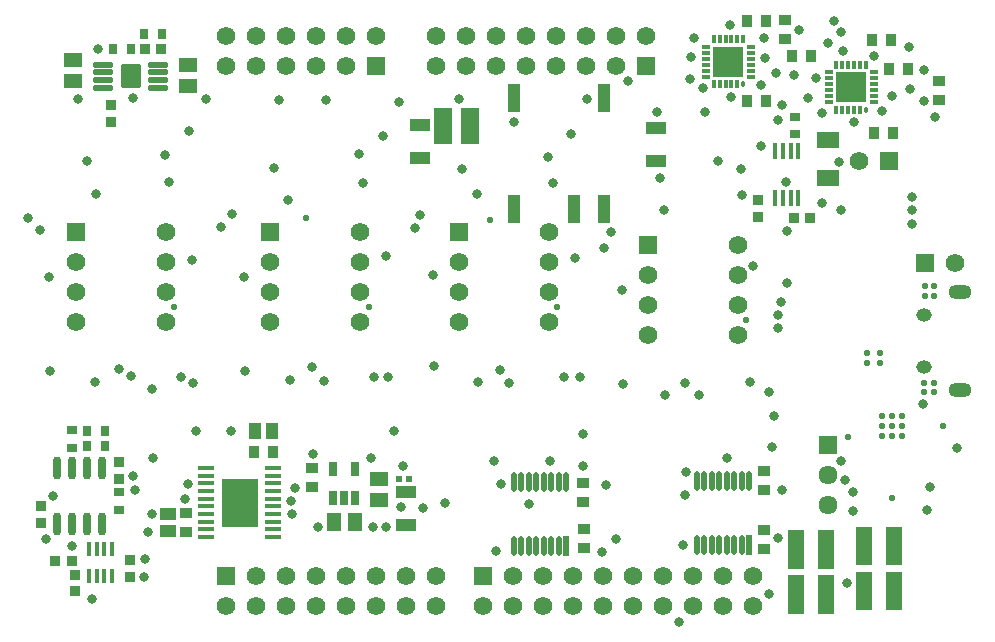
<source format=gbs>
G04*
G04 #@! TF.GenerationSoftware,Altium Limited,Altium Designer,18.1.9 (240)*
G04*
G04 Layer_Color=16711935*
%FSLAX44Y44*%
%MOMM*%
G71*
G01*
G75*
%ADD56R,0.9600X0.7600*%
%ADD59R,1.2100X1.5100*%
%ADD61R,1.0600X0.9600*%
%ADD63R,0.9600X1.0600*%
%ADD64R,0.7600X0.9600*%
%ADD69R,1.5100X1.2100*%
%ADD79R,1.6100X1.6100*%
%ADD80C,1.6100*%
%ADD81C,1.5600*%
%ADD82R,1.5600X1.5600*%
%ADD83R,1.5600X1.5600*%
%ADD84O,1.9600X1.2600*%
%ADD85O,1.3100X1.1100*%
%ADD86C,0.8100*%
%ADD87C,0.5600*%
%ADD101R,0.4010X1.4668*%
%ADD110R,0.4156X1.2080*%
%ADD127R,1.7600X1.0100*%
%ADD128R,0.5600X0.5600*%
%ADD129R,0.6600X1.1600*%
%ADD130R,3.1100X4.1900*%
%ADD131O,1.4600X0.4100*%
%ADD132R,1.4600X0.4100*%
%ADD133R,1.1100X1.4100*%
%ADD134R,1.4100X1.1100*%
%ADD135R,0.9600X0.8600*%
%ADD136R,0.8600X0.9600*%
%ADD137O,0.6600X1.9600*%
%ADD138R,1.0600X2.3600*%
%ADD139R,1.5800X3.1100*%
%ADD140O,0.3100X0.6600*%
%ADD141R,0.3100X0.6600*%
%ADD142R,0.6600X0.3100*%
%ADD143R,2.5600X2.5600*%
%ADD144R,1.9600X1.4100*%
%ADD145R,1.3300X3.2400*%
%ADD146O,0.4700X1.6600*%
%ADD147R,0.4700X1.6600*%
G04:AMPARAMS|DCode=148|XSize=1.63mm|YSize=1.95mm|CornerRadius=0.0771mm|HoleSize=0mm|Usage=FLASHONLY|Rotation=180.000|XOffset=0mm|YOffset=0mm|HoleType=Round|Shape=RoundedRectangle|*
%AMROUNDEDRECTD148*
21,1,1.6300,1.7958,0,0,180.0*
21,1,1.4758,1.9500,0,0,180.0*
1,1,0.1542,-0.7379,0.8979*
1,1,0.1542,0.7379,0.8979*
1,1,0.1542,0.7379,-0.8979*
1,1,0.1542,-0.7379,-0.8979*
%
%ADD148ROUNDEDRECTD148*%
G04:AMPARAMS|DCode=149|XSize=0.51mm|YSize=1.61mm|CornerRadius=0.0795mm|HoleSize=0mm|Usage=FLASHONLY|Rotation=90.000|XOffset=0mm|YOffset=0mm|HoleType=Round|Shape=RoundedRectangle|*
%AMROUNDEDRECTD149*
21,1,0.5100,1.4510,0,0,90.0*
21,1,0.3510,1.6100,0,0,90.0*
1,1,0.1590,0.7255,0.1755*
1,1,0.1590,0.7255,-0.1755*
1,1,0.1590,-0.7255,-0.1755*
1,1,0.1590,-0.7255,0.1755*
%
%ADD149ROUNDEDRECTD149*%
G36*
X668022Y51759D02*
X654302D01*
Y18939D01*
X668022D01*
Y51759D01*
D02*
G37*
G36*
X693422D02*
X679702D01*
Y18939D01*
X693422D01*
Y51759D01*
D02*
G37*
G36*
X668022Y89859D02*
X654302D01*
Y57039D01*
X668022D01*
Y89859D01*
D02*
G37*
G36*
X693422D02*
X679702D01*
Y57039D01*
X693422D01*
Y89859D01*
D02*
G37*
G36*
X725680Y54764D02*
X711960D01*
Y21944D01*
X725680D01*
Y54764D01*
D02*
G37*
G36*
X751080D02*
X737360D01*
Y21944D01*
X751080D01*
Y54764D01*
D02*
G37*
G36*
X725680Y92864D02*
X711960D01*
Y60044D01*
X725680D01*
Y92864D01*
D02*
G37*
G36*
X751080D02*
X737360D01*
Y60044D01*
X751080D01*
Y92864D01*
D02*
G37*
D56*
X87674Y107124D02*
D03*
Y122124D02*
D03*
X47876Y159702D02*
D03*
Y174702D02*
D03*
X660146Y440062D02*
D03*
Y425062D02*
D03*
D59*
X270018Y96774D02*
D03*
X288018D02*
D03*
D61*
X251586Y142112D02*
D03*
Y126112D02*
D03*
X144628Y88266D02*
D03*
Y104266D02*
D03*
X651510Y521440D02*
D03*
Y505440D02*
D03*
X782334Y470374D02*
D03*
Y454374D02*
D03*
X480822Y114022D02*
D03*
Y130022D02*
D03*
X481330Y74906D02*
D03*
Y90906D02*
D03*
X634238Y124080D02*
D03*
Y140080D02*
D03*
Y74042D02*
D03*
Y90042D02*
D03*
D63*
X202046Y156091D02*
D03*
X218046D02*
D03*
X755664Y479952D02*
D03*
X739664D02*
D03*
X741298Y504952D02*
D03*
X725298D02*
D03*
X635768Y520592D02*
D03*
X619768D02*
D03*
X673734Y491236D02*
D03*
X657734D02*
D03*
X635268Y453264D02*
D03*
X619268D02*
D03*
X743416Y426256D02*
D03*
X727416D02*
D03*
D64*
X60870Y161106D02*
D03*
X75870D02*
D03*
X60870Y174060D02*
D03*
X75870D02*
D03*
X124340Y510076D02*
D03*
X109340D02*
D03*
X97924Y497586D02*
D03*
X82924D02*
D03*
D69*
X307864Y115270D02*
D03*
Y133270D02*
D03*
X48514Y469790D02*
D03*
Y487790D02*
D03*
X146638Y465980D02*
D03*
Y483980D02*
D03*
D79*
X687832Y162052D02*
D03*
D80*
Y136652D02*
D03*
Y111252D02*
D03*
D81*
X714262Y402590D02*
D03*
X451536Y265892D02*
D03*
Y291292D02*
D03*
Y316692D02*
D03*
Y342092D02*
D03*
X375336Y265892D02*
D03*
Y291292D02*
D03*
Y316692D02*
D03*
X127572Y266192D02*
D03*
Y291592D02*
D03*
Y316992D02*
D03*
Y342392D02*
D03*
X51372Y266192D02*
D03*
Y291592D02*
D03*
Y316992D02*
D03*
X291910Y266192D02*
D03*
Y291592D02*
D03*
Y316992D02*
D03*
Y342392D02*
D03*
X215710Y266192D02*
D03*
Y291592D02*
D03*
Y316992D02*
D03*
X795782Y316484D02*
D03*
X611802Y254864D02*
D03*
Y280264D02*
D03*
Y305664D02*
D03*
Y331064D02*
D03*
X535602Y254864D02*
D03*
Y280264D02*
D03*
Y305664D02*
D03*
X624586Y25354D02*
D03*
Y50754D02*
D03*
X599186Y25354D02*
D03*
Y50754D02*
D03*
X573786Y25354D02*
D03*
Y50754D02*
D03*
X548386Y25354D02*
D03*
Y50754D02*
D03*
X522986Y25354D02*
D03*
Y50754D02*
D03*
X497586Y25354D02*
D03*
Y50754D02*
D03*
X472186Y25354D02*
D03*
Y50754D02*
D03*
X446786Y25354D02*
D03*
Y50754D02*
D03*
X421386Y25354D02*
D03*
Y50754D02*
D03*
X395986Y25354D02*
D03*
X534416Y508462D02*
D03*
X509016Y483062D02*
D03*
Y508462D02*
D03*
X483616Y483062D02*
D03*
Y508462D02*
D03*
X458216Y483062D02*
D03*
Y508462D02*
D03*
X432816Y483062D02*
D03*
Y508462D02*
D03*
X407416Y483062D02*
D03*
Y508462D02*
D03*
X382016Y483062D02*
D03*
Y508462D02*
D03*
X356616Y483062D02*
D03*
Y508462D02*
D03*
X178054D02*
D03*
Y483062D02*
D03*
X203454Y508462D02*
D03*
Y483062D02*
D03*
X228854Y508462D02*
D03*
Y483062D02*
D03*
X254254Y508462D02*
D03*
Y483062D02*
D03*
X279654Y508462D02*
D03*
Y483062D02*
D03*
X305054Y508462D02*
D03*
X178054Y25354D02*
D03*
X203454Y50754D02*
D03*
Y25354D02*
D03*
X228854Y50754D02*
D03*
Y25354D02*
D03*
X254254Y50754D02*
D03*
Y25354D02*
D03*
X279654Y50754D02*
D03*
Y25354D02*
D03*
X305054Y50754D02*
D03*
Y25354D02*
D03*
X330454Y50754D02*
D03*
Y25354D02*
D03*
X355854Y50754D02*
D03*
Y25354D02*
D03*
D82*
X739662Y402590D02*
D03*
X770382Y316484D02*
D03*
D83*
X375336Y342092D02*
D03*
X51372Y342392D02*
D03*
X215710D02*
D03*
X535602Y331064D02*
D03*
X395986Y50754D02*
D03*
X534416Y483062D02*
D03*
X305054D02*
D03*
X178054Y50754D02*
D03*
D84*
X799606Y208186D02*
D03*
Y291686D02*
D03*
D85*
X769606Y272186D02*
D03*
Y227686D02*
D03*
D86*
X653796Y299466D02*
D03*
X513758Y293032D02*
D03*
X653565Y343584D02*
D03*
X757682Y463550D02*
D03*
X742696Y457708D02*
D03*
X699008Y511668D02*
D03*
X734060Y444500D02*
D03*
X693095Y520954D02*
D03*
X701040Y495310D02*
D03*
X756666Y498602D02*
D03*
X688086Y502158D02*
D03*
X727202Y491490D02*
D03*
X697632Y401574D02*
D03*
X703850Y45212D02*
D03*
X70104Y497586D02*
D03*
X519176Y470362D02*
D03*
X663702Y513588D02*
D03*
X219456Y396240D02*
D03*
X574237Y506476D02*
D03*
X709676Y106426D02*
D03*
Y122345D02*
D03*
X774192Y126238D02*
D03*
X231086Y369783D02*
D03*
X474297Y320040D02*
D03*
X183388Y357486D02*
D03*
X65278Y31242D02*
D03*
X698754Y361188D02*
D03*
X683006Y367030D02*
D03*
X652632Y384556D02*
D03*
X363982Y112776D02*
D03*
X435102Y112224D02*
D03*
X768604Y196342D02*
D03*
X772160Y106934D02*
D03*
X702782Y132489D02*
D03*
X797559Y159432D02*
D03*
X115570Y209042D02*
D03*
X594724Y402052D02*
D03*
X545694Y387706D02*
D03*
X624332Y313182D02*
D03*
X646176Y83058D02*
D03*
X638556Y35560D02*
D03*
X508254Y82296D02*
D03*
X480822Y144018D02*
D03*
X499872Y128270D02*
D03*
X648208Y282702D02*
D03*
X646176Y261436D02*
D03*
X645668Y272288D02*
D03*
X549148Y360934D02*
D03*
X314198Y92964D02*
D03*
X302768D02*
D03*
X345186Y108458D02*
D03*
X327914Y144018D02*
D03*
X404954Y148258D02*
D03*
X411480Y128778D02*
D03*
X326390Y109728D02*
D03*
X256286Y92456D02*
D03*
X301244Y151130D02*
D03*
X251714Y154686D02*
D03*
X234442Y103632D02*
D03*
X233854Y114554D02*
D03*
X112014Y88646D02*
D03*
X115570Y103886D02*
D03*
X496570Y71374D02*
D03*
X561594Y12192D02*
D03*
X699262Y148082D02*
D03*
X189980Y101148D02*
D03*
X189902Y124976D02*
D03*
Y113284D02*
D03*
X25908Y82042D02*
D03*
X32258Y119126D02*
D03*
X638048Y206756D02*
D03*
X642366Y186690D02*
D03*
X659638Y474980D02*
D03*
X645414Y437134D02*
D03*
X649224Y450088D02*
D03*
X582676Y464644D02*
D03*
X621894Y215392D02*
D03*
X498094Y328422D02*
D03*
X504038Y342392D02*
D03*
X634760Y489358D02*
D03*
X759460Y349250D02*
D03*
Y360680D02*
D03*
X759206Y371856D02*
D03*
X101600Y123698D02*
D03*
X236982Y125730D02*
D03*
X47984Y76294D02*
D03*
X99822Y135628D02*
D03*
X182741Y174125D02*
D03*
X146038Y128786D02*
D03*
X143906Y116494D02*
D03*
X109728Y65786D02*
D03*
X109292Y50220D02*
D03*
X422622Y435818D02*
D03*
X567531Y139007D02*
D03*
X572008Y490220D02*
D03*
X634086Y506984D02*
D03*
X769380Y453418D02*
D03*
X602340Y150622D02*
D03*
X640944Y160376D02*
D03*
X778346Y439953D02*
D03*
X769634Y479580D02*
D03*
X232265Y216644D02*
D03*
X194120Y224563D02*
D03*
X315242Y219710D02*
D03*
X303530D02*
D03*
X261366Y216154D02*
D03*
X321056Y173482D02*
D03*
X644032Y477158D02*
D03*
X631078Y466998D02*
D03*
X709818Y435502D02*
D03*
X605932Y456838D02*
D03*
X571642Y472078D02*
D03*
X604916Y517471D02*
D03*
X342900Y357053D02*
D03*
X678256Y472374D02*
D03*
X671210Y455676D02*
D03*
X682894Y442722D02*
D03*
X11176Y353822D02*
D03*
X20516Y343916D02*
D03*
X338074Y345948D02*
D03*
X173990Y346456D02*
D03*
X480822Y170942D02*
D03*
X614994Y373440D02*
D03*
X614020Y395580D02*
D03*
X567284Y214224D02*
D03*
X514452Y213235D02*
D03*
X550284Y204318D02*
D03*
X578714Y204064D02*
D03*
X391228Y374418D02*
D03*
X631568Y414780D02*
D03*
X583816Y443818D02*
D03*
X542986Y443564D02*
D03*
X375966Y454868D02*
D03*
X452550Y148258D02*
D03*
X477774Y219710D02*
D03*
X464358Y219156D02*
D03*
X418338Y214122D02*
D03*
X410718Y225552D02*
D03*
X391368Y215092D02*
D03*
X354144Y228668D02*
D03*
X353382Y305748D02*
D03*
X454872Y383498D02*
D03*
X484298Y454740D02*
D03*
X451122Y406164D02*
D03*
X470548Y425082D02*
D03*
X378206Y395986D02*
D03*
X313754Y322008D02*
D03*
X291280Y407982D02*
D03*
X223371Y454406D02*
D03*
X262890D02*
D03*
X324866Y452628D02*
D03*
X311404Y423672D02*
D03*
X294594Y384002D02*
D03*
X406654Y72136D02*
D03*
X149606Y319024D02*
D03*
X129914Y385064D02*
D03*
X565404Y77216D02*
D03*
X649096Y124080D02*
D03*
X567182Y119888D02*
D03*
X116840Y150876D02*
D03*
X67264Y215138D02*
D03*
X29020Y224726D02*
D03*
X153416Y173736D02*
D03*
X150876Y214122D02*
D03*
X140462Y219202D02*
D03*
X53086Y455168D02*
D03*
X60960Y402082D02*
D03*
X99348Y455710D02*
D03*
X126942Y407416D02*
D03*
X147384Y427482D02*
D03*
X161290Y454742D02*
D03*
X28766Y304038D02*
D03*
X193358Y304356D02*
D03*
X251206Y227706D02*
D03*
X97854Y220096D02*
D03*
X87440Y226014D02*
D03*
X68390Y374350D02*
D03*
D87*
X97916Y474218D02*
D03*
X93416Y480218D02*
D03*
Y468218D02*
D03*
X102416D02*
D03*
Y480218D02*
D03*
X704850Y168656D02*
D03*
X741934Y116840D02*
D03*
X245872Y354335D02*
D03*
X402082Y352806D02*
D03*
X618744Y267440D02*
D03*
X459002Y278474D02*
D03*
X299410Y279146D02*
D03*
X134112Y278474D02*
D03*
X777748Y206756D02*
D03*
Y214884D02*
D03*
X778002Y296418D02*
D03*
Y288290D02*
D03*
X785622Y178054D02*
D03*
X769874Y296308D02*
D03*
Y288290D02*
D03*
X769620Y206756D02*
D03*
Y214774D02*
D03*
X742141Y186309D02*
D03*
X742188Y178054D02*
D03*
X721266Y231394D02*
D03*
X732188D02*
D03*
Y240030D02*
D03*
X721266Y239920D02*
D03*
X733552Y169799D02*
D03*
Y178054D02*
D03*
Y186436D02*
D03*
X750570Y169799D02*
D03*
Y178008D02*
D03*
Y186309D02*
D03*
X742188Y169799D02*
D03*
D101*
X643440Y370705D02*
D03*
X649940D02*
D03*
X656440D02*
D03*
X662940D02*
D03*
Y410599D02*
D03*
X656440D02*
D03*
X649940D02*
D03*
X643440D02*
D03*
D110*
X62430Y73730D02*
D03*
X68930D02*
D03*
X75430D02*
D03*
X81930D02*
D03*
Y50870D02*
D03*
X75430D02*
D03*
X68930D02*
D03*
X62430D02*
D03*
D127*
X330500Y94204D02*
D03*
Y122204D02*
D03*
X342900Y432846D02*
D03*
Y404846D02*
D03*
X542544Y402052D02*
D03*
Y430052D02*
D03*
D128*
X333476Y133350D02*
D03*
X324476D02*
D03*
D129*
X288010Y141286D02*
D03*
X269010D02*
D03*
Y117286D02*
D03*
X278510D02*
D03*
X288010D02*
D03*
D130*
X189902Y113284D02*
D03*
D131*
X161402Y83994D02*
D03*
Y90494D02*
D03*
Y96994D02*
D03*
Y103494D02*
D03*
Y109994D02*
D03*
Y116494D02*
D03*
Y122994D02*
D03*
Y129494D02*
D03*
Y135994D02*
D03*
Y142494D02*
D03*
X218402Y83994D02*
D03*
Y90494D02*
D03*
Y96994D02*
D03*
Y103494D02*
D03*
Y109994D02*
D03*
Y116494D02*
D03*
Y122994D02*
D03*
Y129494D02*
D03*
Y135994D02*
D03*
D132*
Y142494D02*
D03*
D133*
X202796Y174125D02*
D03*
X217296D02*
D03*
D134*
X129274Y89024D02*
D03*
Y103524D02*
D03*
D135*
X96818Y64220D02*
D03*
Y50220D02*
D03*
X50292Y37958D02*
D03*
Y51958D02*
D03*
X21710Y96336D02*
D03*
Y110336D02*
D03*
X87674Y133532D02*
D03*
Y147532D02*
D03*
X628948Y355204D02*
D03*
Y369204D02*
D03*
X81026Y435722D02*
D03*
Y449722D02*
D03*
D136*
X33984Y64078D02*
D03*
X47984D02*
D03*
X658988Y353822D02*
D03*
X672988D02*
D03*
X109412Y497586D02*
D03*
X123412D02*
D03*
D137*
X35350Y142188D02*
D03*
X48050D02*
D03*
X60750D02*
D03*
X73450D02*
D03*
X35350Y95188D02*
D03*
X48050D02*
D03*
X60750D02*
D03*
X73450D02*
D03*
D138*
X498856Y361442D02*
D03*
X473456D02*
D03*
X422656D02*
D03*
X498856Y455442D02*
D03*
X422656D02*
D03*
D139*
X362438Y431800D02*
D03*
X385338D02*
D03*
D140*
X720236Y445874D02*
D03*
X616350Y467356D02*
D03*
D141*
X715236Y445874D02*
D03*
X710236D02*
D03*
X705236D02*
D03*
X700236D02*
D03*
X695236D02*
D03*
Y483874D02*
D03*
X700236D02*
D03*
X705236D02*
D03*
X710236D02*
D03*
X715236D02*
D03*
X720236D02*
D03*
X611350Y467356D02*
D03*
X606350D02*
D03*
X601350D02*
D03*
X596350D02*
D03*
X591350D02*
D03*
Y505356D02*
D03*
X596350D02*
D03*
X601350D02*
D03*
X606350D02*
D03*
X611350D02*
D03*
X616350D02*
D03*
D142*
X688736Y452374D02*
D03*
Y457374D02*
D03*
Y462374D02*
D03*
Y467374D02*
D03*
Y472374D02*
D03*
Y477374D02*
D03*
X726736D02*
D03*
Y472374D02*
D03*
Y467374D02*
D03*
Y462374D02*
D03*
Y457374D02*
D03*
Y452374D02*
D03*
X584850Y473856D02*
D03*
Y478856D02*
D03*
Y483856D02*
D03*
Y488856D02*
D03*
Y493856D02*
D03*
Y498856D02*
D03*
X622850D02*
D03*
Y493856D02*
D03*
Y488856D02*
D03*
Y483856D02*
D03*
Y478856D02*
D03*
Y473856D02*
D03*
D143*
X707536Y464924D02*
D03*
X603650Y486406D02*
D03*
D144*
X687832Y419860D02*
D03*
Y387860D02*
D03*
D145*
X686562Y35349D02*
D03*
Y73449D02*
D03*
X661162Y35349D02*
D03*
Y73449D02*
D03*
X744220Y38354D02*
D03*
Y76454D02*
D03*
X718820Y38354D02*
D03*
Y76454D02*
D03*
D146*
X422148Y130302D02*
D03*
X428498D02*
D03*
X434848D02*
D03*
X441198D02*
D03*
X447548D02*
D03*
X453898D02*
D03*
X460248D02*
D03*
X466598D02*
D03*
X422148Y76302D02*
D03*
X428498D02*
D03*
X434848D02*
D03*
X441198D02*
D03*
X447548D02*
D03*
X453898D02*
D03*
X460248D02*
D03*
X576834Y131216D02*
D03*
X583184D02*
D03*
X589534D02*
D03*
X595884D02*
D03*
X602234D02*
D03*
X608584D02*
D03*
X614934D02*
D03*
X621284D02*
D03*
X576834Y77216D02*
D03*
X583184D02*
D03*
X589534D02*
D03*
X595884D02*
D03*
X602234D02*
D03*
X608584D02*
D03*
X614934D02*
D03*
D147*
X466598Y76302D02*
D03*
X621284Y77216D02*
D03*
D148*
X97916Y474218D02*
D03*
D149*
X121166Y464468D02*
D03*
Y470968D02*
D03*
Y477468D02*
D03*
X74666Y464468D02*
D03*
Y470968D02*
D03*
Y477468D02*
D03*
Y483968D02*
D03*
X121166D02*
D03*
M02*

</source>
